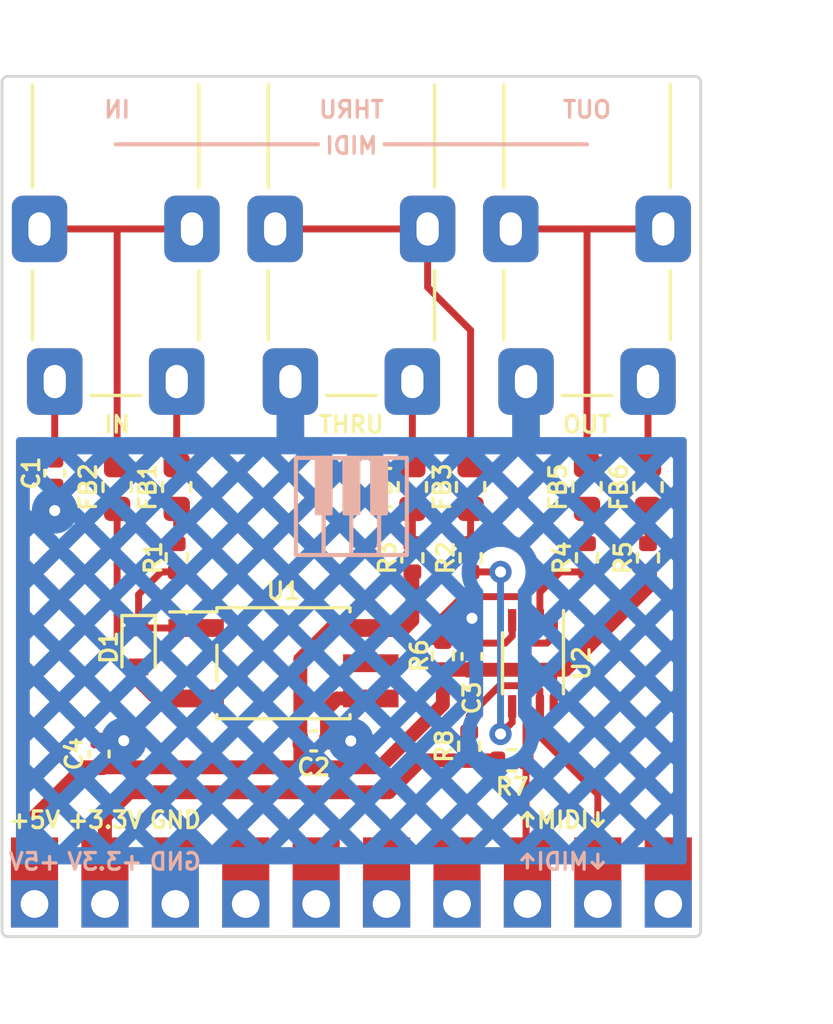
<source format=kicad_pcb>
(kicad_pcb (version 20211014) (generator pcbnew)
  (layers (0 "F.Cu" signal) (31 "B.Cu" signal) (34 "B.Paste" user) (35 "F.Paste" user) (36 "B.SilkS" user "B.Silkscreen") (37 "F.SilkS" user "F.Silkscreen") (38 "B.Mask" user) (39 "F.Mask" user) (44 "Edge.Cuts" user))
  (net 0 "")
  (net 1 "GND")
  (net 2 "Net-(C1-Pad2)")
  (net 3 "+5V")
  (net 4 "Net-(D1-Pad1)")
  (net 5 "Net-(D1-Pad2)")
  (net 6 "Net-(FB1-Pad1)")
  (net 7 "Net-(FB1-Pad2)")
  (net 8 "Net-(FB2-Pad1)")
  (net 9 "Net-(FB3-Pad1)")
  (net 10 "Net-(FB3-Pad2)")
  (net 11 "Net-(FB4-Pad1)")
  (net 12 "Net-(FB4-Pad2)")
  (net 13 "Net-(FB5-Pad1)")
  (net 14 "Net-(FB5-Pad2)")
  (net 15 "Net-(FB6-Pad1)")
  (net 16 "Net-(FB6-Pad2)")
  (net 17 "+3.3V")
  (net 18 "/MIDI_RX")
  (net 19 "/MIDI_TX")
  (net 20 "Net-(R2-Pad2)")
  (net 21 "Net-(R4-Pad2)")
  (net 22 "Net-(R6-Pad2)")
  (footprint "Resistor_SMD:R_0402_1005Metric" (layer "F.Cu") (at 64.25 95.04 90)
    (fp_text reference "R8" (at 0 -0.9 90) (layer "F.SilkS") (effects (font (size 0.6 0.6) (thickness 0.12))))
    (fp_text value "10kΩ")
    (fp_line (start -0.153641 -0.38) (end 0.153641 -0.38) (layer "F.SilkS") (width 0.12))
    (fp_line (start -0.153641 0.38) (end 0.153641 0.38) (layer "F.SilkS") (width 0.12))
    (pad "1" smd roundrect (at -0.51 0 90) (size 0.54 0.64) (layers "F.Cu" "F.Paste" "F.Mask") (net 17 "+3.3V"))
    (pad "2" smd roundrect (at 0.51 0 90) (size 0.54 0.64) (layers "F.Cu" "F.Paste" "F.Mask") (net 18 "/MIDI_RX"))
  )
  (footprint "Inductor_SMD:L_0603_1608Metric" (layer "F.Cu") (at 62.2 85.7 -90)
    (fp_text reference "FB4" (at 0 1.05 90) (layer "F.SilkS") (effects (font (size 0.6 0.6) (thickness 0.12))))
    (fp_text value "BLM18RK102SN1D")
    (fp_line (start -0.162779 -0.51) (end 0.162779 -0.51) (layer "F.SilkS") (width 0.12))
    (fp_line (start -0.162779 0.51) (end 0.162779 0.51) (layer "F.SilkS") (width 0.12))
    (pad "1" smd roundrect (at -0.7875 0 270) (size 0.875 0.95) (layers "F.Cu" "F.Paste" "F.Mask") (net 11 "Net-(FB4-Pad1)"))
    (pad "2" smd roundrect (at 0.7875 0 270) (size 0.875 0.95) (layers "F.Cu" "F.Paste" "F.Mask") (net 12 "Net-(FB4-Pad2)"))
  )
  (footprint "Resistor_SMD:R_0402_1005Metric" (layer "F.Cu") (at 63.3 91.775 90)
    (fp_text reference "R6" (at -0.005 -0.85 90) (layer "F.SilkS") (effects (font (size 0.6 0.6) (thickness 0.12))))
    (fp_text value "10kΩ")
    (fp_line (start -0.153641 0.38) (end 0.153641 0.38) (layer "F.SilkS") (width 0.12))
    (fp_line (start -0.153641 -0.38) (end 0.153641 -0.38) (layer "F.SilkS") (width 0.12))
    (pad "1" smd roundrect (at -0.51 0 90) (size 0.54 0.64) (layers "F.Cu" "F.Paste" "F.Mask") (net 3 "+5V"))
    (pad "2" smd roundrect (at 0.51 0 90) (size 0.54 0.64) (layers "F.Cu" "F.Paste" "F.Mask") (net 22 "Net-(R6-Pad2)"))
  )
  (footprint "Resistor_SMD:R_0402_1005Metric" (layer "F.Cu") (at 68.5 88.25 -90)
    (fp_text reference "R4" (at 0 0.9 90) (layer "F.SilkS") (effects (font (size 0.6 0.6) (thickness 0.12))))
    (fp_text value "220Ω")
    (fp_line (start -0.153641 -0.38) (end 0.153641 -0.38) (layer "F.SilkS") (width 0.12))
    (fp_line (start -0.153641 0.38) (end 0.153641 0.38) (layer "F.SilkS") (width 0.12))
    (pad "1" smd roundrect (at -0.51 0 270) (size 0.54 0.64) (layers "F.Cu" "F.Paste" "F.Mask") (net 14 "Net-(FB5-Pad2)"))
    (pad "2" smd roundrect (at 0.51 0 270) (size 0.54 0.64) (layers "F.Cu" "F.Paste" "F.Mask") (net 21 "Net-(R4-Pad2)"))
  )
  (footprint "MJ-8435:MJ-8435" (layer "F.Cu") (at 51.5 68.4)
    (fp_text reference "J1" hide)
    (fp_text value "MIDI_IN")
    (fp_line (start -3 6.5) (end -3 2.8) (layer "F.SilkS") (width 0.12))
    (fp_line (start 3 6.5) (end 3 2.8) (layer "F.SilkS") (width 0.12))
    (fp_line (start -3 12) (end -3 9.5) (layer "F.SilkS") (width 0.12))
    (fp_line (start 0.9 14) (end -0.9 14) (layer "F.SilkS") (width 0.12))
    (fp_line (start 3 12) (end 3 9.5) (layer "F.SilkS") (width 0.12))
    (pad "R" thru_hole roundrect (at 2.2 13.5) (size 2 2.4) (drill oval 0.8 1.2) (layers *.Cu *.Mask) (roundrect_rratio 0.2) (net 6 "Net-(FB1-Pad1)"))
    (pad "S" thru_hole roundrect (at -2.2 13.5) (size 2 2.4) (drill oval 0.8 1.2) (layers *.Cu *.Mask) (roundrect_rratio 0.2) (net 2 "Net-(C1-Pad2)"))
    (pad "T" thru_hole roundrect (at -2.75 8) (size 2 2.4) (drill oval 0.8 1.2) (layers *.Cu *.Mask) (roundrect_rratio 0.2) (net 8 "Net-(FB2-Pad1)"))
    (pad "T" thru_hole roundrect (at 2.75 8) (size 2 2.4) (drill oval 0.8 1.2) (layers *.Cu *.Mask) (roundrect_rratio 0.2) (net 8 "Net-(FB2-Pad1)"))
  )
  (footprint "Inductor_SMD:L_0603_1608Metric" (layer "F.Cu") (at 64.3 85.7 -90)
    (fp_text reference "FB3" (at 0 1.025 90) (layer "F.SilkS") (effects (font (size 0.6 0.6) (thickness 0.12))))
    (fp_text value "BLM18RK102SN1D")
    (fp_line (start -0.162779 -0.51) (end 0.162779 -0.51) (layer "F.SilkS") (width 0.12))
    (fp_line (start -0.162779 0.51) (end 0.162779 0.51) (layer "F.SilkS") (width 0.12))
    (pad "1" smd roundrect (at -0.7875 0 270) (size 0.875 0.95) (layers "F.Cu" "F.Paste" "F.Mask") (net 9 "Net-(FB3-Pad1)"))
    (pad "2" smd roundrect (at 0.7875 0 270) (size 0.875 0.95) (layers "F.Cu" "F.Paste" "F.Mask") (net 10 "Net-(FB3-Pad2)"))
  )
  (footprint "Diode_SMD:D_SOD-523" (layer "F.Cu") (at 52.325 91.48 -90)
    (fp_text reference "D1" (at 0 1.075 -270) (layer "F.SilkS") (effects (font (size 0.6 0.6) (thickness 0.12))))
    (fp_text value "BAT43XV2")
    (fp_line (start -1.15 -0.6) (end -1.15 0.6) (layer "F.SilkS") (width 0.12))
    (fp_line (start 0.7 0.6) (end -1.15 0.6) (layer "F.SilkS") (width 0.12))
    (fp_line (start 0.7 -0.6) (end -1.15 -0.6) (layer "F.SilkS") (width 0.12))
    (pad "1" smd rect (at -0.7 0 90) (size 0.6 0.7) (layers "F.Cu" "F.Paste" "F.Mask") (net 4 "Net-(D1-Pad1)"))
    (pad "2" smd rect (at 0.7 0 90) (size 0.6 0.7) (layers "F.Cu" "F.Paste" "F.Mask") (net 5 "Net-(D1-Pad2)"))
  )
  (footprint "Pin_Sidemount:PinSocket_1x10_P2.54_Sidemount" (layer "F.Cu") (at 48.57 99.95)
    (fp_text reference "J4" hide)
    (fp_text value "IO")
    (pad "1" thru_hole rect (at 0 0.775) (size 1.7 1.7) (drill 1) (layers *.Cu *.Mask) (net 3 "+5V"))
    (pad "1" smd rect (at 0 0) (size 1.7 3.25) (layers "F.Cu" "F.Mask") (net 3 "+5V"))
    (pad "2" smd rect (at 2.54 0) (size 1.7 3.25) (layers "F.Cu" "F.Mask") (net 17 "+3.3V"))
    (pad "2" thru_hole rect (at 2.54 0.775) (size 1.7 1.7) (drill 1) (layers *.Cu *.Mask) (net 17 "+3.3V"))
    (pad "3" smd rect (at 5.08 0) (size 1.7 3.25) (layers "F.Cu" "F.Mask") (net 1 "GND"))
    (pad "3" thru_hole rect (at 5.08 0.775) (size 1.7 1.7) (drill 1) (layers *.Cu *.Mask) (net 1 "GND"))
    (pad "4" thru_hole rect (at 7.62 0.775) (size 1.7 1.7) (drill 1) (layers *.Cu *.Mask))
    (pad "4" smd rect (at 7.62 0) (size 1.7 3.25) (layers "F.Cu" "F.Mask"))
    (pad "5" thru_hole rect (at 10.16 0.775) (size 1.7 1.7) (drill 1) (layers *.Cu *.Mask))
    (pad "5" smd rect (at 10.16 0) (size 1.7 3.25) (layers "F.Cu" "F.Mask"))
    (pad "6" smd rect (at 12.7 0) (size 1.7 3.25) (layers "F.Cu" "F.Mask"))
    (pad "6" thru_hole rect (at 12.7 0.775) (size 1.7 1.7) (drill 1) (layers *.Cu *.Mask))
    (pad "7" thru_hole rect (at 15.24 0.775) (size 1.7 1.7) (drill 1) (layers *.Cu *.Mask))
    (pad "7" smd rect (at 15.24 0) (size 1.7 3.25) (layers "F.Cu" "F.Mask"))
    (pad "8" thru_hole rect (at 17.78 0.775) (size 1.7 1.7) (drill 1) (layers *.Cu *.Mask) (net 19 "/MIDI_TX"))
    (pad "8" smd rect (at 17.78 0) (size 1.7 3.25) (layers "F.Cu" "F.Mask") (net 19 "/MIDI_TX"))
    (pad "9" smd rect (at 20.32 0) (size 1.7 3.25) (layers "F.Cu" "F.Mask") (net 18 "/MIDI_RX"))
    (pad "9" thru_hole rect (at 20.32 0.775) (size 1.7 1.7) (drill 1) (layers *.Cu *.Mask) (net 18 "/MIDI_RX"))
    (pad "10" thru_hole rect (at 22.86 0.775) (size 1.7 1.7) (drill 1) (layers *.Cu *.Mask))
    (pad "10" smd rect (at 22.86 0) (size 1.7 3.25) (layers "F.Cu" "F.Mask"))
  )
  (footprint "Capacitor_SMD:C_0402_1005Metric" (layer "F.Cu") (at 58.64 94.85 180)
    (fp_text reference "C2" (at 0 -0.95) (layer "F.SilkS") (effects (font (size 0.6 0.6) (thickness 0.12))))
    (fp_text value "0.1μ")
    (fp_line (start -0.107836 0.36) (end 0.107836 0.36) (layer "F.SilkS") (width 0.12))
    (fp_line (start -0.107836 -0.36) (end 0.107836 -0.36) (layer "F.SilkS") (width 0.12))
    (pad "1" smd roundrect (at -0.48 0 180) (size 0.56 0.62) (layers "F.Cu" "F.Paste" "F.Mask") (net 1 "GND"))
    (pad "2" smd roundrect (at 0.48 0 180) (size 0.56 0.62) (layers "F.Cu" "F.Paste" "F.Mask") (net 3 "+5V"))
  )
  (footprint "Inductor_SMD:L_0603_1608Metric" (layer "F.Cu") (at 51.55 85.7 -90)
    (fp_text reference "FB2" (at 0 1.05 90) (layer "F.SilkS") (effects (font (size 0.6 0.6) (thickness 0.12))))
    (fp_text value "BLM18RK102SN1D")
    (fp_line (start -0.162779 -0.51) (end 0.162779 -0.51) (layer "F.SilkS") (width 0.12))
    (fp_line (start -0.162779 0.51) (end 0.162779 0.51) (layer "F.SilkS") (width 0.12))
    (pad "1" smd roundrect (at -0.7875 0 270) (size 0.875 0.95) (layers "F.Cu" "F.Paste" "F.Mask") (net 8 "Net-(FB2-Pad1)"))
    (pad "2" smd roundrect (at 0.7875 0 270) (size 0.875 0.95) (layers "F.Cu" "F.Paste" "F.Mask") (net 5 "Net-(D1-Pad2)"))
  )
  (footprint "MJ-8435:MJ-8435" (layer "F.Cu") (at 68.5 68.4)
    (fp_text reference "J3" hide)
    (fp_text value "MIDI_OUT")
    (fp_line (start 0.9 14) (end -0.9 14) (layer "F.SilkS") (width 0.12))
    (fp_line (start -3 12) (end -3 9.5) (layer "F.SilkS") (width 0.12))
    (fp_line (start 3 6.5) (end 3 2.8) (layer "F.SilkS") (width 0.12))
    (fp_line (start -3 6.5) (end -3 2.8) (layer "F.SilkS") (width 0.12))
    (fp_line (start 3 12) (end 3 9.5) (layer "F.SilkS") (width 0.12))
    (pad "R" thru_hole roundrect (at 2.2 13.5) (size 2 2.4) (drill oval 0.8 1.2) (layers *.Cu *.Mask) (roundrect_rratio 0.2) (net 15 "Net-(FB6-Pad1)"))
    (pad "S" thru_hole roundrect (at -2.2 13.5) (size 2 2.4) (drill oval 0.8 1.2) (layers *.Cu *.Mask) (roundrect_rratio 0.2) (net 1 "GND"))
    (pad "T" thru_hole roundrect (at 2.75 8) (size 2 2.4) (drill oval 0.8 1.2) (layers *.Cu *.Mask) (roundrect_rratio 0.2) (net 13 "Net-(FB5-Pad1)"))
    (pad "T" thru_hole roundrect (at -2.75 8) (size 2 2.4) (drill oval 0.8 1.2) (layers *.Cu *.Mask) (roundrect_rratio 0.2) (net 13 "Net-(FB5-Pad1)"))
  )
  (footprint "Resistor_SMD:R_0402_1005Metric" (layer "F.Cu") (at 64.3 88.25 -90)
    (fp_text reference "R2" (at 0 0.9 90) (layer "F.SilkS") (effects (font (size 0.6 0.6) (thickness 0.12))))
    (fp_text value "220Ω")
    (fp_line (start -0.153641 0.38) (end 0.153641 0.38) (layer "F.SilkS") (width 0.12))
    (fp_line (start -0.153641 -0.38) (end 0.153641 -0.38) (layer "F.SilkS") (width 0.12))
    (pad "1" smd roundrect (at -0.51 0 270) (size 0.54 0.64) (layers "F.Cu" "F.Paste" "F.Mask") (net 10 "Net-(FB3-Pad2)"))
    (pad "2" smd roundrect (at 0.51 0 270) (size 0.54 0.64) (layers "F.Cu" "F.Paste" "F.Mask") (net 20 "Net-(R2-Pad2)"))
  )
  (footprint "Inductor_SMD:L_0603_1608Metric" (layer "F.Cu") (at 53.7 85.7 -90)
    (fp_text reference "FB1" (at 0 1.05 90) (layer "F.SilkS") (effects (font (size 0.6 0.6) (thickness 0.12))))
    (fp_text value "BLM18RK102SN1D")
    (fp_line (start -0.162779 -0.51) (end 0.162779 -0.51) (layer "F.SilkS") (width 0.12))
    (fp_line (start -0.162779 0.51) (end 0.162779 0.51) (layer "F.SilkS") (width 0.12))
    (pad "1" smd roundrect (at -0.7875 0 270) (size 0.875 0.95) (layers "F.Cu" "F.Paste" "F.Mask") (net 6 "Net-(FB1-Pad1)"))
    (pad "2" smd roundrect (at 0.7875 0 270) (size 0.875 0.95) (layers "F.Cu" "F.Paste" "F.Mask") (net 7 "Net-(FB1-Pad2)"))
  )
  (footprint "MJ-8435:MJ-8435" (layer "F.Cu") (at 60 68.4)
    (fp_text reference "J2" hide)
    (fp_text value "MIDI_THRU")
    (fp_line (start 3 12) (end 3 9.5) (layer "F.SilkS") (width 0.12))
    (fp_line (start -3 6.5) (end -3 2.8) (layer "F.SilkS") (width 0.12))
    (fp_line (start 3 6.5) (end 3 2.8) (layer "F.SilkS") (width 0.12))
    (fp_line (start 0.9 14) (end -0.9 14) (layer "F.SilkS") (width 0.12))
    (fp_line (start -3 12) (end -3 9.5) (layer "F.SilkS") (width 0.12))
    (pad "R" thru_hole roundrect (at 2.2 13.5) (size 2 2.4) (drill oval 0.8 1.2) (layers *.Cu *.Mask) (roundrect_rratio 0.2) (net 11 "Net-(FB4-Pad1)"))
    (pad "S" thru_hole roundrect (at -2.2 13.5) (size 2 2.4) (drill oval 0.8 1.2) (layers *.Cu *.Mask) (roundrect_rratio 0.2) (net 1 "GND"))
    (pad "T" thru_hole roundrect (at 2.75 8) (size 2 2.4) (drill oval 0.8 1.2) (layers *.Cu *.Mask) (roundrect_rratio 0.2) (net 9 "Net-(FB3-Pad1)"))
    (pad "T" thru_hole roundrect (at -2.75 8) (size 2 2.4) (drill oval 0.8 1.2) (layers *.Cu *.Mask) (roundrect_rratio 0.2) (net 9 "Net-(FB3-Pad1)"))
  )
  (footprint "Resistor_SMD:R_0402_1005Metric" (layer "F.Cu") (at 53.7 88.25 -90)
    (fp_text reference "R1" (at 0 0.85 90) (layer "F.SilkS") (effects (font (size 0.6 0.6) (thickness 0.12))))
    (fp_text value "220Ω")
    (fp_line (start -0.153641 0.38) (end 0.153641 0.38) (layer "F.SilkS") (width 0.12))
    (fp_line (start -0.153641 -0.38) (end 0.153641 -0.38) (layer "F.SilkS") (width 0.12))
    (pad "1" smd roundrect (at -0.51 0 270) (size 0.54 0.64) (layers "F.Cu" "F.Paste" "F.Mask") (net 7 "Net-(FB1-Pad2)"))
    (pad "2" smd roundrect (at 0.51 0 270) (size 0.54 0.64) (layers "F.Cu" "F.Paste" "F.Mask") (net 4 "Net-(D1-Pad1)"))
  )
  (footprint "Capacitor_SMD:C_0402_1005Metric" (layer "F.Cu") (at 49.3 85.2 90)
    (fp_text reference "C1" (at 0 -0.85 90) (layer "F.SilkS") (effects (font (size 0.6 0.6) (thickness 0.12))))
    (fp_text value "0.1μ")
    (fp_line (start -0.107836 0.36) (end 0.107836 0.36) (layer "F.SilkS") (width 0.12))
    (fp_line (start -0.107836 -0.36) (end 0.107836 -0.36) (layer "F.SilkS") (width 0.12))
    (pad "1" smd roundrect (at -0.48 0 90) (size 0.56 0.62) (layers "F.Cu" "F.Paste" "F.Mask") (net 1 "GND"))
    (pad "2" smd roundrect (at 0.48 0 90) (size 0.56 0.62) (layers "F.Cu" "F.Paste" "F.Mask") (net 2 "Net-(C1-Pad2)"))
  )
  (footprint "Package_SO:SO-5_4.4x3.6mm_P1.27mm" (layer "F.Cu") (at 57.55 92.05)
    (fp_text reference "U1" (at 0 -2.6) (layer "F.SilkS") (effects (font (size 0.6 0.6) (thickness 0.12))))
    (fp_text value "TLP2368")
    (fp_line (start 2.4 1.85) (end 2.4 2) (layer "F.SilkS") (width 0.12))
    (fp_line (start -2.4 0.65) (end -2.4 -0.65) (layer "F.SilkS") (width 0.12))
    (fp_line (start -2.4 -2) (end 2.4 -2) (layer "F.SilkS") (width 0.12))
    (fp_line (start 2.4 2) (end -2.4 2) (layer "F.SilkS") (width 0.12))
    (fp_line (start 2.4 -2) (end 2.4 -1.85) (layer "F.SilkS") (width 0.12))
    (fp_line (start -2.4 2) (end -2.4 1.85) (layer "F.SilkS") (width 0.12))
    (fp_line (start -2.4 -1.85) (end -4.1 -1.85) (layer "F.SilkS") (width 0.12))
    (fp_line (start -2.4 -1.85) (end -2.4 -2) (layer "F.SilkS") (width 0.12))
    (pad "1" smd rect (at -3.15 -1.27) (size 2 0.64) (layers "F.Cu" "F.Paste" "F.Mask") (net 4 "Net-(D1-Pad1)"))
    (pad "3" smd rect (at -3.15 1.27) (size 2 0.64) (layers "F.Cu" "F.Paste" "F.Mask") (net 5 "Net-(D1-Pad2)"))
    (pad "4" smd rect (at 3.15 1.27) (size 2 0.64) (layers "F.Cu" "F.Paste" "F.Mask") (net 1 "GND"))
    (pad "5" smd rect (at 3.15 0) (size 2 0.64) (layers "F.Cu" "F.Paste" "F.Mask") (net 22 "Net-(R6-Pad2)"))
    (pad "6" smd rect (at 3.15 -1.27) (size 2 0.64) (layers "F.Cu" "F.Paste" "F.Mask") (net 3 "+5V"))
  )
  (footprint "Inductor_SMD:L_0603_1608Metric" (layer "F.Cu") (at 70.7 85.7 -90)
    (fp_text reference "FB6" (at 0 1.05 90) (layer "F.SilkS") (effects (font (size 0.6 0.6) (thickness 0.12))))
    (fp_text value "BLM18RK102SN1D")
    (fp_line (start -0.162779 -0.51) (end 0.162779 -0.51) (layer "F.SilkS") (width 0.12))
    (fp_line (start -0.162779 0.51) (end 0.162779 0.51) (layer "F.SilkS") (width 0.12))
    (pad "1" smd roundrect (at -0.7875 0 270) (size 0.875 0.95) (layers "F.Cu" "F.Paste" "F.Mask") (net 15 "Net-(FB6-Pad1)"))
    (pad "2" smd roundrect (at 0.7875 0 270) (size 0.875 0.95) (layers "F.Cu" "F.Paste" "F.Mask") (net 16 "Net-(FB6-Pad2)"))
  )
  (footprint "Resistor_SMD:R_0402_1005Metric" (layer "F.Cu") (at 65.79 95.55)
    (fp_text reference "R7" (at 0.01 0.95) (layer "F.SilkS") (effects (font (size 0.6 0.6) (thickness 0.12))))
    (fp_text value "100k")
    (fp_line (start -0.153641 -0.38) (end 0.153641 -0.38) (layer "F.SilkS") (width 0.12))
    (fp_line (start -0.153641 0.38) (end 0.153641 0.38) (layer "F.SilkS") (width 0.12))
    (pad "1" smd roundrect (at -0.51 0) (size 0.54 0.64) (layers "F.Cu" "F.Paste" "F.Mask") (net 17 "+3.3V"))
    (pad "2" smd roundrect (at 0.51 0) (size 0.54 0.64) (layers "F.Cu" "F.Paste" "F.Mask") (net 19 "/MIDI_TX"))
  )
  (footprint "Inductor_SMD:L_0603_1608Metric" (layer "F.Cu") (at 68.5 85.7 -90)
    (fp_text reference "FB5" (at 0 1.05 90) (layer "F.SilkS") (effects (font (size 0.6 0.6) (thickness 0.12))))
    (fp_text value "BLM18RK102SN1D")
    (fp_line (start -0.162779 -0.51) (end 0.162779 -0.51) (layer "F.SilkS") (width 0.12))
    (fp_line (start -0.162779 0.51) (end 0.162779 0.51) (layer "F.SilkS") (width 0.12))
    (pad "1" smd roundrect (at -0.7875 0 270) (size 0.875 0.95) (layers "F.Cu" "F.Paste" "F.Mask") (net 13 "Net-(FB5-Pad1)"))
    (pad "2" smd roundrect (at 0.7875 0 270) (size 0.875 0.95) (layers "F.Cu" "F.Paste" "F.Mask") (net 14 "Net-(FB5-Pad2)"))
  )
  (footprint "Capacitor_SMD:C_0402_1005Metric" (layer "F.Cu") (at 64.35 91.805 -90)
    (fp_text reference "C3" (at 1.495 0 -270) (layer "F.SilkS") (effects (font (size 0.6 0.6) (thickness 0.12))))
    (fp_text value "0.1μ")
    (fp_line (start -0.107836 0.36) (end 0.107836 0.36) (layer "F.SilkS") (width 0.12))
    (fp_line (start -0.107836 -0.36) (end 0.107836 -0.36) (layer "F.SilkS") (width 0.12))
    (pad "1" smd roundrect (at -0.48 0 270) (size 0.56 0.62) (layers "F.Cu" "F.Paste" "F.Mask") (net 1 "GND"))
    (pad "2" smd roundrect (at 0.48 0 270) (size 0.56 0.62) (layers "F.Cu" "F.Paste" "F.Mask") (net 3 "+5V"))
  )
  (footprint "Resistor_SMD:R_0402_1005Metric" (layer "F.Cu") (at 70.7 88.25 -90)
    (fp_text reference "R5" (at 0 0.9 90) (layer "F.SilkS") (effects (font (size 0.6 0.6) (thickness 0.12))))
    (fp_text value "220Ω")
    (fp_line (start -0.153641 0.38) (end 0.153641 0.38) (layer "F.SilkS") (width 0.12))
    (fp_line (start -0.153641 -0.38) (end 0.153641 -0.38) (layer "F.SilkS") (width 0.12))
    (pad "1" smd roundrect (at -0.51 0 270) (size 0.54 0.64) (layers "F.Cu" "F.Paste" "F.Mask") (net 16 "Net-(FB6-Pad2)"))
    (pad "2" smd roundrect (at 0.51 0 270) (size 0.54 0.64) (layers "F.Cu" "F.Paste" "F.Mask") (net 3 "+5V"))
  )
  (footprint "Capacitor_SMD:C_0402_1005Metric" (layer "F.Cu") (at 50.9 95.32 90)
    (fp_text reference "C4" (at 0 -0.9 90) (layer "F.SilkS") (effects (font (size 0.6 0.6) (thickness 0.12))))
    (fp_text value "10μ")
    (fp_line (start -0.107836 -0.36) (end 0.107836 -0.36) (layer "F.SilkS") (width 0.12))
    (fp_line (start -0.107836 0.36) (end 0.107836 0.36) (layer "F.SilkS") (width 0.12))
    (pad "1" smd roundrect (at -0.48 0 90) (size 0.56 0.62) (layers "F.Cu" "F.Paste" "F.Mask") (net 3 "+5V"))
    (pad "2" smd roundrect (at 0.48 0 90) (size 0.56 0.62) (layers "F.Cu" "F.Paste" "F.Mask") (net 1 "GND"))
  )
  (footprint "Resistor_SMD:R_0402_1005Metric" (layer "F.Cu") (at 62.2 88.25 -90)
    (fp_text reference "R3" (at 0 0.9 90) (layer "F.SilkS") (effects (font (size 0.6 0.6) (thickness 0.12))))
    (fp_text value "220Ω")
    (fp_line (start -0.153641 0.38) (end 0.153641 0.38) (layer "F.SilkS") (width 0.12))
    (fp_line (start -0.153641 -0.38) (end 0.153641 -0.38) (layer "F.SilkS") (width 0.12))
    (pad "1" smd roundrect (at -0.51 0 270) (size 0.54 0.64) (layers "F.Cu" "F.Paste" "F.Mask") (net 12 "Net-(FB4-Pad2)"))
    (pad "2" smd roundrect (at 0.51 0 270) (size 0.54 0.64) (layers "F.Cu" "F.Paste" "F.Mask") (net 3 "+5V"))
  )
  (footprint "Package_SO:VSSOP-8_2.3x2mm_P0.5mm" (layer "F.Cu") (at 66.55 92.05 -90)
    (fp_text reference "U2" (at 0 -1.75 90) (layer "F.SilkS") (effects (font (size 0.6 0.6) (thickness 0.12))))
    (fp_text value "TC7WZ07FK")
    (fp_line (start 1.1 1.1) (end -1.1 1.1) (layer "F.SilkS") (width 0.12))
    (fp_line (start 1.1 -1.1) (end -1.9 -1.1) (layer "F.SilkS") (width 0.12))
    (pad "1" smd rect (at -1.55 -0.75 180) (size 0.3 0.8) (layers "F.Cu" "F.Paste" "F.Mask") (net 22 "Net-(R6-Pad2)"))
    (pad "2" smd rect (at -1.55 -0.25 180) (size 0.3 0.8) (layers "F.Cu" "F.Paste" "F.Mask") (net 21 "Net-(R4-Pad2)"))
    (pad "3" smd rect (at -1.55 0.25 180) (size 0.3 0.8) (layers "F.Cu" "F.Paste" "F.Mask") (net 22 "Net-(R6-Pad2)"))
    (pad "4" smd rect (at -1.55 0.75 180) (size 0.3 0.8) (layers "F.Cu" "F.Paste" "F.Mask") (net 1 "GND"))
    (pad "5" smd rect (at 1.55 0.75 180) (size 0.3 0.8) (layers "F.Cu" "F.Paste" "F.Mask") (net 20 "Net-(R2-Pad2)"))
    (pad "6" smd rect (at 1.55 0.25 180) (size 0.3 0.8) (layers "F.Cu" "F.Paste" "F.Mask") (net 19 "/MIDI_TX"))
    (pad "7" smd rect (at 1.55 -0.25 180) (size 0.3 0.8) (layers "F.Cu" "F.Paste" "F.Mask") (net 18 "/MIDI_RX"))
    (pad "8" smd rect (at 1.55 -0.75 180) (size 0.3 0.8) (layers "F.Cu" "F.Paste" "F.Mask") (net 3 "+5V"))
  )
  (gr_line (start 68.89 99.425) (end 68.69 99.225) (layer "B.SilkS") (width 0.12))
  (gr_line (start 66.35 98.935) (end 66.35 99.425) (layer "B.SilkS") (width 0.12))
  (gr_rect (start 60 84.65) (end 59 88.15) (layer "B.SilkS") (width 0.15) (fill none))
  (gr_rect (start 61 84.65) (end 60 88.15) (layer "B.SilkS") (width 0.15) (fill none))
  (gr_line (start 66.35 98.935) (end 66.15 99.135) (layer "B.SilkS") (width 0.12))
  (gr_line (start 68.89 98.935) (end 68.89 99.425) (layer "B.SilkS") (width 0.12))
  (gr_line (start 66.55 99.135) (end 66.35 98.935) (layer "B.SilkS") (width 0.12))
  (gr_line (start 69.09 99.225) (end 68.89 99.425) (layer "B.SilkS") (width 0.12))
  (gr_rect (start 60.25 84.65) (end 59.75 86.65) (layer "B.SilkS") (width 0.15) (fill solid))
  (gr_rect (start 59 84.65) (end 58 88.15) (layer "B.SilkS") (width 0.15) (fill none))
  (gr_rect (start 59.25 84.65) (end 58.75 86.65) (layer "B.SilkS") (width 0.15) (fill solid))
  (gr_line (start 58.8 73.35) (end 51.5 73.35) (layer "B.SilkS") (width 0.15))
  (gr_rect (start 62 84.65) (end 61 88.15) (layer "B.SilkS") (width 0.15) (fill none))
  (gr_rect (start 61.25 84.65) (end 60.75 86.65) (layer "B.SilkS") (width 0.15) (fill solid))
  (gr_line (start 61.2 73.35) (end 68.5 73.35) (layer "B.SilkS") (width 0.15))
  (gr_line (start 68.69 97.725) (end 68.89 97.925) (layer "F.SilkS") (width 0.12))
  (gr_line (start 68.89 97.925) (end 69.09 97.725) (layer "F.SilkS") (width 0.12))
  (gr_line (start 66.35 97.435) (end 66.55 97.635) (layer "F.SilkS") (width 0.12))
  (gr_line (start 68.89 97.435) (end 68.89 97.925) (layer "F.SilkS") (width 0.12))
  (gr_line (start 66.15 97.635) (end 66.35 97.435) (layer "F.SilkS") (width 0.12))
  (gr_line (start 66.35 97.435) (end 66.35 97.925) (layer "F.SilkS") (width 0.12))
  (gr_line (start 47.4 71.1) (end 47.4 101.7) (layer "Edge.Cuts") (width 0.1))
  (gr_line (start 47.6 101.9) (end 72.4 101.9) (layer "Edge.Cuts") (width 0.1))
  (gr_line (start 72.6 101.7) (end 72.6 71.1) (layer "Edge.Cuts") (width 0.1))
  (gr_arc (start 47.4 71.1) (mid 47.458579 70.958579) (end 47.6 70.9) (layer "Edge.Cuts") (width 0.1))
  (gr_arc (start 47.6 101.9) (mid 47.458579 101.841421) (end 47.4 101.7) (layer "Edge.Cuts") (width 0.1))
  (gr_arc (start 72.6 101.7) (mid 72.541421 101.841421) (end 72.4 101.9) (layer "Edge.Cuts") (width 0.1))
  (gr_arc (start 72.4 70.9) (mid 72.541421 70.958579) (end 72.6 71.1) (layer "Edge.Cuts") (width 0.1))
  (gr_line (start 72.4 70.9) (end 47.6 70.9) (layer "Edge.Cuts") (width 0.1))
  (gr_text "GND" (at 53.65 99.2) (layer "B.SilkS") (effects (font (size 0.6 0.6) (thickness 0.12)) (justify mirror)))
  (gr_text "+5V" (at 48.57 99.2) (layer "B.SilkS") (effects (font (size 0.6 0.6) (thickness 0.12)) (justify mirror)))
  (gr_text "MIDI" (at 60 73.4) (layer "B.SilkS") (effects (font (size 0.6 0.6) (thickness 0.12)) (justify mirror)))
  (gr_text "IN" (at 51.55 72.1) (layer "B.SilkS") (effects (font (size 0.6 0.6) (thickness 0.12)) (justify mirror)))
  (gr_text "+3.3V" (at 51.11 99.2) (layer "B.SilkS") (effects (font (size 0.6 0.6) (thickness 0.12)) (justify mirror)))
  (gr_text "THRU" (at 60 72.1) (layer "B.SilkS") (effects (font (size 0.6 0.6) (thickness 0.12)) (justify mirror)))
  (gr_text "OUT" (at 68.5 72.1) (layer "B.SilkS") (effects (font (size 0.6 0.6) (thickness 0.12)) (justify mirror)))
  (gr_text "MIDI" (at 67.61 99.2) (layer "B.SilkS") (effects (font (size 0.6 0.6) (thickness 0.12)) (justify mirror)))
  (gr_text "THRU" (at 60 83.45) (layer "F.SilkS") (effects (font (size 0.6 0.6) (thickness 0.12))))
  (gr_text "IN" (at 51.55 83.45) (layer "F.SilkS") (effects (font (size 0.6 0.6) (thickness 0.12))))
  (gr_text "MIDI" (at 67.63 97.7) (layer "F.SilkS") (effects (font (size 0.6 0.6) (thickness 0.12))))
  (gr_text "+3.3V" (at 51.11 97.7) (layer "F.SilkS") (effects (font (size 0.6 0.6) (thickness 0.12))))
  (gr_text "OUT" (at 68.5 83.45) (layer "F.SilkS") (effects (font (size 0.6 0.6) (thickness 0.12))))
  (gr_text "GND" (at 53.65 97.7) (layer "F.SilkS") (effects (font (size 0.6 0.6) (thickness 0.12))))
  (gr_text "+5V" (at 48.57 97.7) (layer "F.SilkS") (effects (font (size 0.6 0.6) (thickness 0.12))))
  (segment (start 59.12 94.85) (end 59.12 93.69) (width 0.5) (layer "F.Cu") (net 1))
  (segment (start 64.35 91.32) (end 64.35 90.43) (width 0.5) (layer "F.Cu") (net 1))
  (segment (start 59.12 93.69) (end 59.49 93.32) (width 0.5) (layer "F.Cu") (net 1))
  (segment (start 65.55 91.325) (end 64.35 91.325) (width 0.25) (layer "F.Cu") (net 1))
  (segment (start 65.8 90.5) (end 65.8 91.075) (width 0.25) (layer "F.Cu") (net 1))
  (segment (start 49.3 85.68) (end 49.3 86.55) (width 0.5) (layer "F.Cu") (net 1))
  (segment (start 50.9 94.84) (end 51.79 94.84) (width 0.5) (layer "F.Cu") (net 1))
  (segment (start 59.12 94.85) (end 59.98 94.85) (width 0.5) (layer "F.Cu") (net 1))
  (segment (start 65.8 91.075) (end 65.55 91.325) (width 0.25) (layer "F.Cu") (net 1))
  (segment (start 59.49 93.32) (end 60.7 93.32) (width 0.5) (layer "F.Cu") (net 1))
  (via (at 49.3 86.55) (size 0.8) (drill 0.4) (layers "F.Cu" "B.Cu") (net 1))
  (via (at 64.35 90.43) (size 0.8) (drill 0.4) (layers "F.Cu" "B.Cu") (net 1))
  (via (at 59.98 94.85) (size 0.8) (drill 0.4) (layers "F.Cu" "B.Cu") (net 1))
  (via (at 51.79 94.84) (size 0.8) (drill 0.4) (layers "F.Cu" "B.Cu") (net 1))
  (segment (start 49.3 84.72) (end 49.3 81.9) (width 0.25) (layer "F.Cu") (net 2))
  (segment (start 63.3 92.285) (end 63.3 93.53) (width 0.5) (layer "F.Cu") (net 3))
  (segment (start 63.3 92.285) (end 64.35 92.285) (width 0.5) (layer "F.Cu") (net 3))
  (segment (start 58.16 94.85) (end 58.16 95.8) (width 0.5) (layer "F.Cu") (net 3))
  (segment (start 61.92 90.78) (end 62.2 90.5) (width 0.5) (layer "F.Cu") (net 3))
  (segment (start 58.16 94.85) (end 58.16 91.9) (width 0.5) (layer "F.Cu") (net 3))
  (segment (start 63.3 93.53) (end 61.03 95.8) (width 0.5) (layer "F.Cu") (net 3))
  (segment (start 62.2 90.5) (end 62.2 88.76) (width 0.5) (layer "F.Cu") (net 3))
  (segment (start 59.28 90.78) (end 60.7 90.78) (width 0.5) (layer "F.Cu") (net 3))
  (segment (start 64.35 92.285) (end 67.715 92.285) (width 0.5) (layer "F.Cu") (net 3))
  (segment (start 61.03 95.8) (end 50.35 95.8) (width 0.5) (layer "F.Cu") (net 3))
  (segment (start 48.57 97.58) (end 48.57 99.95) (width 0.5) (layer "F.Cu") (net 3))
  (segment (start 58.16 91.9) (end 59.28 90.78) (width 0.5) (layer "F.Cu") (net 3))
  (segment (start 70.7 89.3) (end 70.7 88.76) (width 0.5) (layer "F.Cu") (net 3))
  (segment (start 67.3 93.6) (end 67.3 92.285) (width 0.25) (layer "F.Cu") (net 3))
  (segment (start 67.715 92.285) (end 70.7 89.3) (width 0.5) (layer "F.Cu") (net 3))
  (segment (start 50.35 95.8) (end 48.57 97.58) (width 0.5) (layer "F.Cu") (net 3))
  (segment (start 60.7 90.78) (end 61.92 90.78) (width 0.5) (layer "F.Cu") (net 3))
  (segment (start 52.325 89.575) (end 52.325 90.78) (width 0.25) (layer "F.Cu") (net 4))
  (segment (start 52.325 90.78) (end 54.4 90.78) (width 0.25) (layer "F.Cu") (net 4))
  (segment (start 53.7 88.76) (end 53.14 88.76) (width 0.25) (layer "F.Cu") (net 4))
  (segment (start 53.14 88.76) (end 52.325 89.575) (width 0.25) (layer "F.Cu") (net 4))
  (segment (start 51.78 92.18) (end 51.55 91.95) (width 0.25) (layer "F.Cu") (net 5))
  (segment (start 52.325 92.18) (end 51.78 92.18) (width 0.25) (layer "F.Cu") (net 5))
  (segment (start 54.4 93.32) (end 52.8 93.32) (width 0.25) (layer "F.Cu") (net 5))
  (segment (start 51.55 91.95) (end 51.55 86.4875) (width 0.25) (layer "F.Cu") (net 5))
  (segment (start 52.8 93.32) (end 52.325 92.845) (width 0.25) (layer "F.Cu") (net 5))
  (segment (start 52.325 92.845) (end 52.325 92.18) (width 0.25) (layer "F.Cu") (net 5))
  (segment (start 53.7 84.9125) (end 53.7 81.9) (width 0.25) (layer "F.Cu") (net 6))
  (segment (start 53.7 87.74) (end 53.7 86.4875) (width 0.25) (layer "F.Cu") (net 7))
  (segment (start 51.55 84.9125) (end 51.55 76.4) (width 0.25) (layer "F.Cu") (net 8))
  (segment (start 48.75 76.4) (end 54.25 76.4) (width 0.25) (layer "F.Cu") (net 8))
  (segment (start 62.75 78.5) (end 62.75 76.4) (width 0.25) (layer "F.Cu") (net 9))
  (segment (start 57.25 76.4) (end 62.75 76.4) (width 0.25) (layer "F.Cu") (net 9))
  (segment (start 64.3 80.05) (end 62.75 78.5) (width 0.25) (layer "F.Cu") (net 9))
  (segment (start 64.3 84.9125) (end 64.3 80.05) (width 0.25) (layer "F.Cu") (net 9))
  (segment (start 64.3 86.4875) (end 64.3 87.74) (width 0.25) (layer "F.Cu") (net 10))
  (segment (start 62.2 84.9125) (end 62.2 81.9) (width 0.25) (layer "F.Cu") (net 11))
  (segment (start 62.2 86.4875) (end 62.2 87.74) (width 0.25) (layer "F.Cu") (net 12))
  (segment (start 68.5 84.9125) (end 68.5 76.4) (width 0.25) (layer "F.Cu") (net 13))
  (segment (start 65.75 76.4) (end 71.25 76.4) (width 0.25) (layer "F.Cu") (net 13))
  (segment (start 68.5 87.74) (end 68.5 86.4875) (width 0.25) (layer "F.Cu") (net 14))
  (segment (start 70.7 84.9125) (end 70.7 81.9) (width 0.25) (layer "F.Cu") (net 15))
  (segment (start 70.7 87.74) (end 70.7 86.4875) (width 0.25) (layer "F.Cu") (net 16))
  (segment (start 65.28 95.55) (end 64.25 95.55) (width 0.5) (layer "F.Cu") (net 17))
  (segment (start 51.11 97.59) (end 51.11 99.95) (width 0.5) (layer "F.Cu") (net 17))
  (segment (start 61.35 96.7) (end 52 96.7) (width 0.5) (layer "F.Cu") (net 17))
  (segment (start 52 96.7) (end 51.11 97.59) (width 0.5) (layer "F.Cu") (net 17))
  (segment (start 62.5 95.55) (end 61.35 96.7) (width 0.5) (layer "F.Cu") (net 17))
  (segment (start 64.25 95.55) (end 62.5 95.55) (width 0.5) (layer "F.Cu") (net 17))
  (segment (start 66.635 92.86) (end 65.34 92.86) (width 0.25) (layer "F.Cu") (net 18))
  (segment (start 66.8 93.6) (end 66.8 93.025) (width 0.25) (layer "F.Cu") (net 18))
  (segment (start 66.8 93.6) (end 66.8 94.685) (width 0.25) (layer "F.Cu") (net 18))
  (segment (start 68.89 96.775) (end 68.89 99.95) (width 0.25) (layer "F.Cu") (net 18))
  (segment (start 65.34 92.86) (end 64.25 93.95) (width 0.25) (layer "F.Cu") (net 18))
  (segment (start 66.8 93.025) (end 66.635 92.86) (width 0.25) (layer "F.Cu") (net 18))
  (segment (start 66.8 94.685) (end 68.89 96.775) (width 0.25) (layer "F.Cu") (net 18))
  (segment (start 64.25 93.95) (end 64.25 94.53) (width 0.25) (layer "F.Cu") (net 18))
  (segment (start 66.3 95.55) (end 66.3 93.6) (width 0.25) (layer "F.Cu") (net 19))
  (segment (start 66.35 99.95) (end 66.3 99.9) (width 0.25) (layer "F.Cu") (net 19))
  (segment (start 66.3 99.9) (end 66.3 95.55) (width 0.25) (layer "F.Cu") (net 19))
  (segment (start 65.38 94.6) (end 65.8 94.18) (width 0.25) (layer "F.Cu") (net 20))
  (segment (start 65.8 94.18) (end 65.8 93.6) (width 0.25) (layer "F.Cu") (net 20))
  (segment (start 65.38 88.76) (end 64.3 88.76) (width 0.25) (layer "F.Cu") (net 20))
  (via (at 65.38 88.76) (size 0.8) (drill 0.4) (layers "F.Cu" "B.Cu") (net 20))
  (via (at 65.38 94.6) (size 0.8) (drill 0.4) (layers "F.Cu" "B.Cu") (net 20))
  (segment (start 65.38 94.6) (end 65.38 88.76) (width 0.25) (layer "B.Cu") (net 20))
  (segment (start 66.8 89.5) (end 66.8 90.5) (width 0.25) (layer "F.Cu") (net 21))
  (segment (start 68.5 88.76) (end 67.54 88.76) (width 0.25) (layer "F.Cu") (net 21))
  (segment (start 67.54 88.76) (end 66.8 89.5) (width 0.25) (layer "F.Cu") (net 21))
  (segment (start 63.3 91.265) (end 63.3 90.35) (width 0.25) (layer "F.Cu") (net 22))
  (segment (start 67.3 90.5) (end 67.3 91.075) (width 0.25) (layer "F.Cu") (net 22))
  (segment (start 63.3 90.35) (end 64 89.65) (width 0.25) (layer "F.Cu") (net 22))
  (segment (start 66.05 89.65) (end 66.3 89.9) (width 0.25) (layer "F.Cu") (net 22))
  (segment (start 67.05 91.325) (end 66.55 91.325) (width 0.25) (layer "F.Cu") (net 22))
  (segment (start 62.755 91.265) (end 61.97 92.05) (width 0.25) (layer "F.Cu") (net 22))
  (segment (start 67.3 91.075) (end 67.05 91.325) (width 0.25) (layer "F.Cu") (net 22))
  (segment (start 66.3 89.9) (end 66.3 90.5) (width 0.25) (layer "F.Cu") (net 22))
  (segment (start 64 89.65) (end 66.05 89.65) (width 0.25) (layer "F.Cu") (net 22))
  (segment (start 66.3 91.075) (end 66.3 90.5) (width 0.25) (layer "F.Cu") (net 22))
  (segment (start 63.3 91.265) (end 62.755 91.265) (width 0.25) (layer "F.Cu") (net 22))
  (segment (start 61.97 92.05) (end 60.7 92.05) (width 0.25) (layer "F.Cu") (net 22))
  (segment (start 66.55 91.325) (end 66.3 91.075) (width 0.25) (layer "F.Cu") (net 22))
  (zone (net 1) (net_name "GND") (layer "B.Cu") (connect_pads yes (clearance 0.5)) (min_thickness 0.25) (fill yes (thermal_gap 0.5) (thermal_bridge_width 0.5))
    (polygon (pts (xy 58.3 84.2) (xy 57.3 84.2) (xy 57.3 82.8) (xy 58.3 82.8)))
  )
  (zone (net 1) (net_name "GND") (layer "B.Cu") (connect_pads (clearance 0.5)) (min_thickness 0.25) (fill yes (mode hatch) (thermal_gap 0.5) (thermal_bridge_width 0.5) (hatch_thickness 0.5) (hatch_gap 0.8) (hatch_orientation 45) (hatch_border_algorithm hatch_thickness) (hatch_min_hole_area 0.3))
    (polygon (pts (xy 72.6 99.3) (xy 47.4 99.3) (xy 47.4 83.9) (xy 72.6 83.9)))
  )
  (zone (net 1) (net_name "GND") (layer "B.Cu") (connect_pads yes (clearance 0.5)) (min_thickness 0.25) (fill yes (thermal_gap 0.5) (thermal_bridge_width 0.5))
    (polygon (pts (xy 66.8 84.2) (xy 65.8 84.2) (xy 65.8 82.8) (xy 66.8 82.8)))
  )
  (zone (net 1) (net_name "GND") (layer "B.Cu") (connect_pads yes (clearance 0.5)) (min_thickness 0.25) (fill yes (thermal_gap 0.5) (thermal_bridge_width 0.5))
    (polygon (pts (xy 54.5 100.1) (xy 52.8 100.1) (xy 52.8 99) (xy 54.5 99)))
  )
)
</source>
